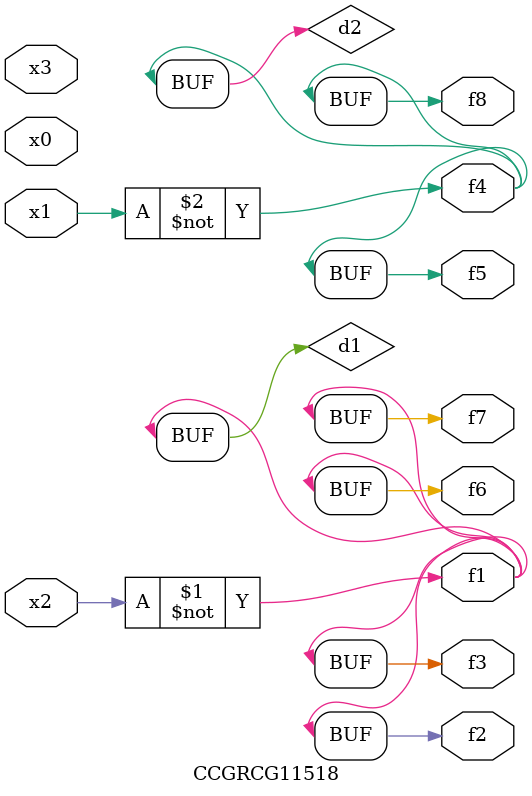
<source format=v>
module CCGRCG11518(
	input x0, x1, x2, x3,
	output f1, f2, f3, f4, f5, f6, f7, f8
);

	wire d1, d2;

	xnor (d1, x2);
	not (d2, x1);
	assign f1 = d1;
	assign f2 = d1;
	assign f3 = d1;
	assign f4 = d2;
	assign f5 = d2;
	assign f6 = d1;
	assign f7 = d1;
	assign f8 = d2;
endmodule

</source>
